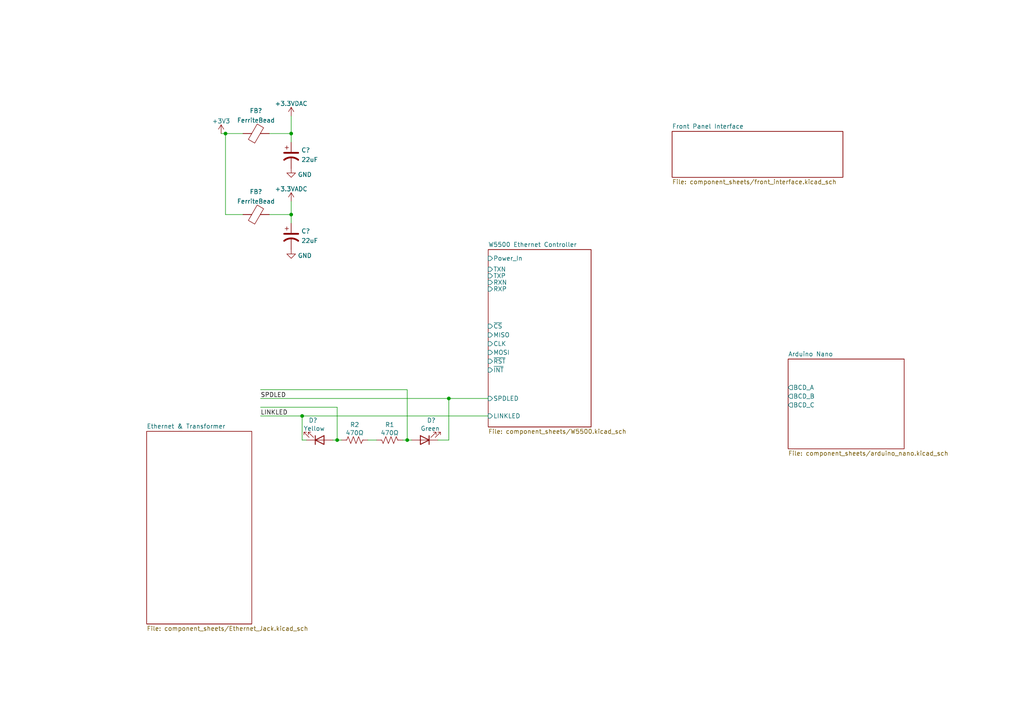
<source format=kicad_sch>
(kicad_sch (version 20211123) (generator eeschema)
  (paper "A4")
  (lib_symbols
    (symbol "Device:C_Polarized_US" (pin_numbers hide) (pin_names (offset 0.254) hide)
      (property "Reference" "C" (at 0.635 2.54 0))
      (property "Value" "C_Polarized_US" (at 0.635 -2.54 0))
      (symbol "C_Polarized_US_0_1"
        (polyline (pts (xy -2.032 0.762) (xy 2.032 0.762)) (stroke (width 0.508)))
        (polyline (pts (xy -1.778 2.286) (xy -0.762 2.286)))
        (polyline (pts (xy -1.27 1.778) (xy -1.27 2.794)))
        (arc (start 2.032 -1.27) (mid 0 -0.5572) (end -2.032 -1.27) (stroke (width 0.508)))
      )
      (symbol "C_Polarized_US_1_1"
        (pin passive line (at 0 3.81 270) (length 2.794) (name "~") (number "1"))
        (pin passive line (at 0 -3.81 90) (length 3.302) (name "~") (number "2"))
      )
    )
    (symbol "Device:FerriteBead" (pin_numbers hide) (pin_names (offset 0))
      (property "Reference" "FB" (at -3.81 0.635 90))
      (property "Value" "FerriteBead" (at 3.81 0 90))
      (symbol "FerriteBead_0_1"
        (polyline (pts (xy 0 -1.27) (xy 0 -1.2192)))
        (polyline (pts (xy 0 1.27) (xy 0 1.2954)))
        (polyline (pts (xy -2.7686 0.4064) (xy -1.7018 2.2606) (xy 2.7686 -0.3048) (xy 1.6764 -2.159) (xy -2.7686 0.4064)))
      )
      (symbol "FerriteBead_1_1"
        (pin passive line (at 0 3.81 270) (length 2.54) (name "~") (number "1"))
        (pin passive line (at 0 -3.81 90) (length 2.54) (name "~") (number "2"))
      )
    )
    (symbol "Device:LED" (pin_numbers hide) (pin_names (offset 1.016) hide)
      (property "Reference" "D" (at 0 2.54 0))
      (property "Value" "LED" (at 0 -2.54 0))
      (symbol "LED_0_1"
        (polyline (pts (xy -1.27 -1.27) (xy -1.27 1.27)) (stroke (width 0.254)))
        (polyline (pts (xy -1.27 0) (xy 1.27 0)))
        (polyline (pts (xy 1.27 -1.27) (xy 1.27 1.27) (xy -1.27 0) (xy 1.27 -1.27)) (stroke (width 0.254)))
        (polyline (pts (xy -3.048 -0.762) (xy -4.572 -2.286) (xy -3.81 -2.286) (xy -4.572 -2.286) (xy -4.572 -1.524)))
        (polyline (pts (xy -1.778 -0.762) (xy -3.302 -2.286) (xy -2.54 -2.286) (xy -3.302 -2.286) (xy -3.302 -1.524)))
      )
      (symbol "LED_1_1"
        (pin passive line (at -3.81 0 0) (length 2.54) (name "K") (number "1"))
        (pin passive line (at 3.81 0 180) (length 2.54) (name "A") (number "2"))
      )
    )
    (symbol "Device:R_US" (pin_numbers hide) (pin_names (offset 0))
      (property "Reference" "R" (at 2.54 0 90))
      (property "Value" "R_US" (at -2.54 0 90))
      (symbol "R_US_0_1"
        (polyline (pts (xy 0 -2.286) (xy 0 -2.54)))
        (polyline (pts (xy 0 2.286) (xy 0 2.54)))
        (polyline (pts (xy 0 -0.762) (xy 1.016 -1.143) (xy 0 -1.524) (xy -1.016 -1.905) (xy 0 -2.286)))
        (polyline (pts (xy 0 0.762) (xy 1.016 0.381) (xy 0 0) (xy -1.016 -0.381) (xy 0 -0.762)))
        (polyline (pts (xy 0 2.286) (xy 1.016 1.905) (xy 0 1.524) (xy -1.016 1.143) (xy 0 0.762)))
      )
      (symbol "R_US_1_1"
        (pin passive line (at 0 3.81 270) (length 1.27) (name "~") (number "1"))
        (pin passive line (at 0 -3.81 90) (length 1.27) (name "~") (number "2"))
      )
    )
    (symbol "power:+3.3VADC" (power) (pin_names (offset 0))
      (property "Value" "+3.3VADC" (at 0 2.54 0))
      (symbol "+3.3VADC_0_0"
        (pin power_in line (at 0 0 90) (length 0) hide (name "+3.3VADC") (number "1"))
      )
      (symbol "+3.3VADC_0_1"
        (polyline (pts (xy -0.762 1.27) (xy 0 2.54)))
        (polyline (pts (xy 0 0) (xy 0 2.54)))
        (polyline (pts (xy 0 2.54) (xy 0.762 1.27)))
      )
    )
    (symbol "power:+3.3VDAC" (power) (pin_names (offset 0))
      (property "Value" "+3.3VDAC" (at 0 2.54 0))
      (symbol "+3.3VDAC_0_0"
        (pin power_in line (at 0 0 90) (length 0) hide (name "+3.3VDAC") (number "1"))
      )
      (symbol "+3.3VDAC_0_1"
        (polyline (pts (xy -0.762 1.27) (xy 0 2.54)))
        (polyline (pts (xy 0 0) (xy 0 2.54)))
        (polyline (pts (xy 0 2.54) (xy 0.762 1.27)))
      )
    )
    (symbol "power:+3V3" (power) (pin_names (offset 0))
      (property "Value" "+3V3" (at 0 3.556 0))
      (symbol "+3V3_0_1"
        (polyline (pts (xy -0.762 1.27) (xy 0 2.54)))
        (polyline (pts (xy 0 0) (xy 0 2.54)))
        (polyline (pts (xy 0 2.54) (xy 0.762 1.27)))
      )
      (symbol "+3V3_1_1"
        (pin power_in line (at 0 0 90) (length 0) hide (name "+3V3") (number "1"))
      )
    )
    (symbol "power:GND" (power) (pin_names (offset 0))
      (property "Value" "GND" (at 0 -3.81 0))
      (symbol "GND_0_1"
        (polyline (pts (xy 0 0) (xy 0 -1.27) (xy 1.27 -1.27) (xy 0 -2.54) (xy -1.27 -1.27) (xy 0 -1.27)))
      )
      (symbol "GND_1_1"
        (pin power_in line (at 0 0 270) (length 0) hide (name "GND") (number "1"))
      )
    )
  )
  (junction (at 118.11 127.635))
  (junction (at 97.79 127.635))
  (junction (at 65.405 38.735))
  (junction (at 84.455 62.23))
  (junction (at 87.63 120.65))
  (junction (at 130.175 115.57))
  (junction (at 84.455 38.735))
  (wire (pts (xy 88.9 127.635) (xy 87.63 127.635)))
  (wire (pts (xy 130.175 127.635) (xy 130.175 115.57)))
  (wire (pts (xy 65.405 38.735) (xy 65.405 62.23)))
  (wire (pts (xy 84.455 62.23) (xy 84.455 64.77)))
  (wire (pts (xy 78.105 38.735) (xy 84.455 38.735)))
  (wire (pts (xy 84.455 58.42) (xy 84.455 62.23)))
  (wire (pts (xy 87.63 127.635) (xy 87.63 120.65)))
  (wire (pts (xy 84.455 38.735) (xy 84.455 41.275)))
  (wire (pts (xy 64.135 38.735) (xy 65.405 38.735)))
  (wire (pts (xy 118.11 113.03) (xy 118.11 127.635)))
  (wire (pts (xy 65.405 38.735) (xy 70.485 38.735)))
  (wire (pts (xy 119.38 127.635) (xy 118.11 127.635)))
  (wire (pts (xy 75.565 118.11) (xy 97.79 118.11)))
  (wire (pts (xy 75.565 113.03) (xy 118.11 113.03)))
  (wire (pts (xy 78.105 62.23) (xy 84.455 62.23)))
  (wire (pts (xy 118.11 127.635) (xy 116.84 127.635)))
  (wire (pts (xy 65.405 62.23) (xy 70.485 62.23)))
  (wire (pts (xy 97.79 118.11) (xy 97.79 127.635)))
  (wire (pts (xy 106.68 127.635) (xy 109.22 127.635)))
  (wire (pts (xy 84.455 33.655) (xy 84.455 38.735)))
  (wire (pts (xy 75.565 120.65) (xy 87.63 120.65)))
  (wire (pts (xy 97.79 127.635) (xy 96.52 127.635)))
  (wire (pts (xy 75.565 115.57) (xy 130.175 115.57)))
  (wire (pts (xy 127 127.635) (xy 130.175 127.635)))
  (wire (pts (xy 130.175 115.57) (xy 141.605 115.57)))
  (wire (pts (xy 87.63 120.65) (xy 141.605 120.65)))
  (wire (pts (xy 97.79 127.635) (xy 99.06 127.635)))
  (label "SPDLED" (at 75.565 115.57 0))
  (label "LINKLED" (at 75.565 120.65 0))
  (symbol (lib_id "Device:LED") (at 123.19 127.635 180) (unit 1)
    (property "Reference" "D?" (at 125.095 121.92 0))
    (property "Value" "Green" (at 124.7775 124.2846 0))
  )
  (symbol (lib_id "Device:LED") (at 92.71 127.635 0) (mirror x) (unit 1)
    (property "Reference" "D?" (at 90.805 121.92 0))
    (property "Value" "Yellow" (at 91.1225 124.2846 0))
  )
  (symbol (lib_id "Device:R_US") (at 113.03 127.635 270) (mirror x) (unit 1)
    (property "Reference" "R1" (at 113.03 123.19 90))
    (property "Value" "470Ω" (at 113.03 125.5546 90))
  )
  (symbol (lib_id "power:GND") (at 84.455 48.895 0) (unit 1)
    (property "Reference" "#PWR?" (effects hide))
    (property "Value" "GND" (at 86.36 50.644 0) (effects (justify left)))
  )
  (symbol (lib_id "Device:FerriteBead") (at 74.295 62.23 90) (unit 1)
    (property "Reference" "FB?" (at 74.2442 55.6219 90))
    (property "Value" "FerriteBead" (at 74.2442 58.397 90))
  )
  (symbol (lib_id "Device:R_US") (at 102.87 127.635 90) (unit 1)
    (property "Reference" "R2" (at 102.87 123.19 90))
    (property "Value" "470Ω" (at 102.87 125.5546 90))
  )
  (symbol (lib_id "power:+3.3VDAC") (at 84.455 33.655 0) (unit 1)
    (property "Reference" "#PWR?" (effects hide))
    (property "Value" "+3.3VDAC" (at 84.455 30.0505 0))
  )
  (symbol (lib_id "power:+3.3VADC") (at 84.455 58.42 0) (unit 1)
    (property "Reference" "#PWR?" (effects hide))
    (property "Value" "+3.3VADC" (at 84.455 54.8155 0))
  )
  (symbol (lib_id "Device:FerriteBead") (at 74.295 38.735 90) (unit 1)
    (property "Reference" "FB?" (at 74.2442 32.1269 90))
    (property "Value" "FerriteBead" (at 74.2442 34.902 90))
  )
  (symbol (lib_id "Device:C_Polarized_US") (at 84.455 68.58 0) (unit 1)
    (property "Reference" "C?" (at 87.376 67.0365 0) (effects (justify left)))
    (property "Value" "22uF" (at 87.376 69.8116 0) (effects (justify left)))
  )
  (symbol (lib_id "Device:C_Polarized_US") (at 84.455 45.085 0) (unit 1)
    (property "Reference" "C?" (at 87.376 43.5415 0) (effects (justify left)))
    (property "Value" "22uF" (at 87.376 46.3166 0) (effects (justify left)))
  )
  (symbol (lib_id "power:+3V3") (at 64.135 38.735 0) (unit 1)
    (property "Reference" "#PWR?" (effects hide))
    (property "Value" "+3V3" (at 64.135 35.1305 0))
  )
  (symbol (lib_id "power:GND") (at 84.455 72.39 0) (unit 1)
    (property "Reference" "#PWR?" (effects hide))
    (property "Value" "GND" (at 86.36 74.139 0) (effects (justify left)))
  )
  (sheet (at 141.605 72.39) (size 29.845 51.435) (stroke (width 0.1524))
    (property "Sheet name" "W5500 Ethernet Controller" (at 141.605 71.6784 0) (effects (justify left bottom)))
    (property "Sheet file" "component_sheets\\W5500.kicad_sch" (at 141.605 124.4096 0) (effects (justify left top)))
    (pin "Power_In" input (at 141.605 74.93 180))
    (pin "LINKLED" input (at 141.605 120.65 180))
    (pin "SPDLED" input (at 141.605 115.57 180))
    (pin "TXN" input (at 141.605 78.105 180))
    (pin "TXP" input (at 141.605 80.01 180))
    (pin "RXN" input (at 141.605 81.915 180))
    (pin "RXP" input (at 141.605 83.82 180))
    (pin "~{CS}" input (at 141.605 94.615 180))
    (pin "MISO" input (at 141.605 97.155 180))
    (pin "CLK" input (at 141.605 99.695 180))
    (pin "MOSI" input (at 141.605 102.235 180))
    (pin "~{RST}" input (at 141.605 104.775 180))
    (pin "~{INT}" input (at 141.605 107.315 180))
  )
  (sheet (at 42.545 125.095) (size 30.48 55.88) (stroke (width 0.1524))
    (property "Sheet name" "Ethernet & Transformer" (at 42.545 124.3834 0) (effects (justify left bottom)))
    (property "Sheet file" "component_sheets\\Ethernet_Jack.kicad_sch" (at 42.545 181.5596 0) (effects (justify left top)))
  )
  (sheet (at 228.6 104.14) (size 33.655 26.035) (stroke (width 0.1524))
    (property "Sheet name" "Arduino Nano" (at 228.6 103.4284 0) (effects (justify left bottom)))
    (property "Sheet file" "component_sheets\\arduino_nano.kicad_sch" (at 228.6 130.7596 0) (effects (justify left top)))
    (pin "BCD_A" output (at 228.6 112.395 180))
    (pin "BCD_B" output (at 228.6 114.935 180))
    (pin "BCD_C" output (at 228.6 117.475 180))
  )
  (sheet (at 194.945 38.1) (size 49.53 13.335) (stroke (width 0.1524))
    (property "Sheet name" "Front Panel Interface" (at 194.945 37.3884 0) (effects (justify left bottom)))
    (property "Sheet file" "component_sheets\\front_interface.kicad_sch" (at 194.945 52.0196 0) (effects (justify left top)))
  )
)
</source>
